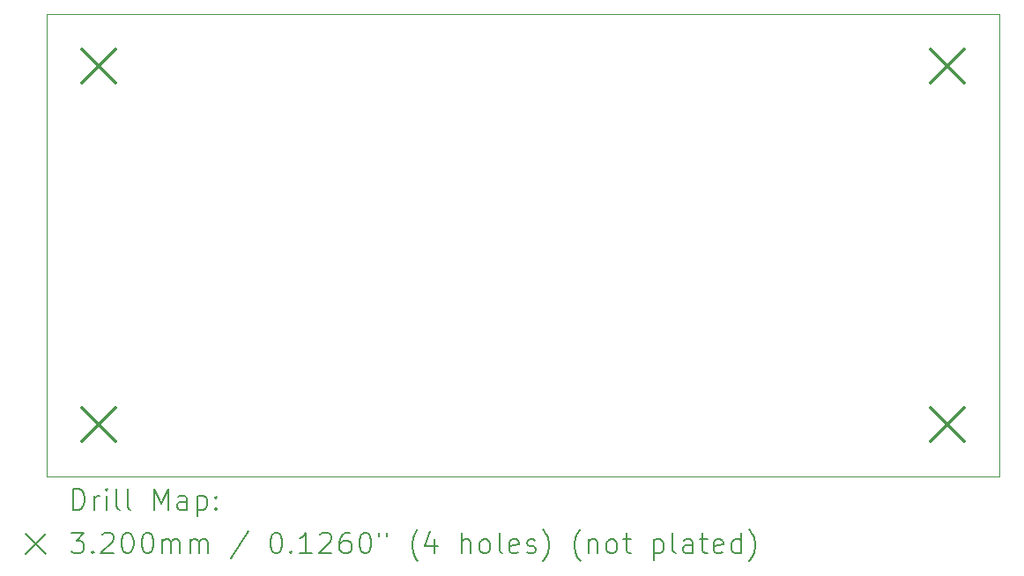
<source format=gbr>
%FSLAX45Y45*%
G04 Gerber Fmt 4.5, Leading zero omitted, Abs format (unit mm)*
G04 Created by KiCad (PCBNEW (6.0.1-0)) date 2022-02-05 10:05:21*
%MOMM*%
%LPD*%
G01*
G04 APERTURE LIST*
%TA.AperFunction,Profile*%
%ADD10C,0.100000*%
%TD*%
%ADD11C,0.200000*%
%ADD12C,0.320000*%
G04 APERTURE END LIST*
D10*
X8125000Y-8650000D02*
X17275000Y-8650000D01*
X17275000Y-8650000D02*
X17275000Y-13100000D01*
X17275000Y-13100000D02*
X8125000Y-13100000D01*
X8125000Y-13100000D02*
X8125000Y-8650000D01*
D11*
D12*
X8465000Y-8990000D02*
X8785000Y-9310000D01*
X8785000Y-8990000D02*
X8465000Y-9310000D01*
X8465000Y-12440000D02*
X8785000Y-12760000D01*
X8785000Y-12440000D02*
X8465000Y-12760000D01*
X16615000Y-8990000D02*
X16935000Y-9310000D01*
X16935000Y-8990000D02*
X16615000Y-9310000D01*
X16615000Y-12440000D02*
X16935000Y-12760000D01*
X16935000Y-12440000D02*
X16615000Y-12760000D01*
D11*
X8377619Y-13415476D02*
X8377619Y-13215476D01*
X8425238Y-13215476D01*
X8453810Y-13225000D01*
X8472857Y-13244048D01*
X8482381Y-13263095D01*
X8491905Y-13301190D01*
X8491905Y-13329762D01*
X8482381Y-13367857D01*
X8472857Y-13386905D01*
X8453810Y-13405952D01*
X8425238Y-13415476D01*
X8377619Y-13415476D01*
X8577619Y-13415476D02*
X8577619Y-13282143D01*
X8577619Y-13320238D02*
X8587143Y-13301190D01*
X8596667Y-13291667D01*
X8615714Y-13282143D01*
X8634762Y-13282143D01*
X8701429Y-13415476D02*
X8701429Y-13282143D01*
X8701429Y-13215476D02*
X8691905Y-13225000D01*
X8701429Y-13234524D01*
X8710952Y-13225000D01*
X8701429Y-13215476D01*
X8701429Y-13234524D01*
X8825238Y-13415476D02*
X8806190Y-13405952D01*
X8796667Y-13386905D01*
X8796667Y-13215476D01*
X8930000Y-13415476D02*
X8910952Y-13405952D01*
X8901429Y-13386905D01*
X8901429Y-13215476D01*
X9158571Y-13415476D02*
X9158571Y-13215476D01*
X9225238Y-13358333D01*
X9291905Y-13215476D01*
X9291905Y-13415476D01*
X9472857Y-13415476D02*
X9472857Y-13310714D01*
X9463333Y-13291667D01*
X9444286Y-13282143D01*
X9406190Y-13282143D01*
X9387143Y-13291667D01*
X9472857Y-13405952D02*
X9453810Y-13415476D01*
X9406190Y-13415476D01*
X9387143Y-13405952D01*
X9377619Y-13386905D01*
X9377619Y-13367857D01*
X9387143Y-13348809D01*
X9406190Y-13339286D01*
X9453810Y-13339286D01*
X9472857Y-13329762D01*
X9568095Y-13282143D02*
X9568095Y-13482143D01*
X9568095Y-13291667D02*
X9587143Y-13282143D01*
X9625238Y-13282143D01*
X9644286Y-13291667D01*
X9653810Y-13301190D01*
X9663333Y-13320238D01*
X9663333Y-13377381D01*
X9653810Y-13396428D01*
X9644286Y-13405952D01*
X9625238Y-13415476D01*
X9587143Y-13415476D01*
X9568095Y-13405952D01*
X9749048Y-13396428D02*
X9758571Y-13405952D01*
X9749048Y-13415476D01*
X9739524Y-13405952D01*
X9749048Y-13396428D01*
X9749048Y-13415476D01*
X9749048Y-13291667D02*
X9758571Y-13301190D01*
X9749048Y-13310714D01*
X9739524Y-13301190D01*
X9749048Y-13291667D01*
X9749048Y-13310714D01*
X7920000Y-13645000D02*
X8120000Y-13845000D01*
X8120000Y-13645000D02*
X7920000Y-13845000D01*
X8358571Y-13635476D02*
X8482381Y-13635476D01*
X8415714Y-13711667D01*
X8444286Y-13711667D01*
X8463333Y-13721190D01*
X8472857Y-13730714D01*
X8482381Y-13749762D01*
X8482381Y-13797381D01*
X8472857Y-13816428D01*
X8463333Y-13825952D01*
X8444286Y-13835476D01*
X8387143Y-13835476D01*
X8368095Y-13825952D01*
X8358571Y-13816428D01*
X8568095Y-13816428D02*
X8577619Y-13825952D01*
X8568095Y-13835476D01*
X8558571Y-13825952D01*
X8568095Y-13816428D01*
X8568095Y-13835476D01*
X8653810Y-13654524D02*
X8663333Y-13645000D01*
X8682381Y-13635476D01*
X8730000Y-13635476D01*
X8749048Y-13645000D01*
X8758571Y-13654524D01*
X8768095Y-13673571D01*
X8768095Y-13692619D01*
X8758571Y-13721190D01*
X8644286Y-13835476D01*
X8768095Y-13835476D01*
X8891905Y-13635476D02*
X8910952Y-13635476D01*
X8930000Y-13645000D01*
X8939524Y-13654524D01*
X8949048Y-13673571D01*
X8958571Y-13711667D01*
X8958571Y-13759286D01*
X8949048Y-13797381D01*
X8939524Y-13816428D01*
X8930000Y-13825952D01*
X8910952Y-13835476D01*
X8891905Y-13835476D01*
X8872857Y-13825952D01*
X8863333Y-13816428D01*
X8853810Y-13797381D01*
X8844286Y-13759286D01*
X8844286Y-13711667D01*
X8853810Y-13673571D01*
X8863333Y-13654524D01*
X8872857Y-13645000D01*
X8891905Y-13635476D01*
X9082381Y-13635476D02*
X9101429Y-13635476D01*
X9120476Y-13645000D01*
X9130000Y-13654524D01*
X9139524Y-13673571D01*
X9149048Y-13711667D01*
X9149048Y-13759286D01*
X9139524Y-13797381D01*
X9130000Y-13816428D01*
X9120476Y-13825952D01*
X9101429Y-13835476D01*
X9082381Y-13835476D01*
X9063333Y-13825952D01*
X9053810Y-13816428D01*
X9044286Y-13797381D01*
X9034762Y-13759286D01*
X9034762Y-13711667D01*
X9044286Y-13673571D01*
X9053810Y-13654524D01*
X9063333Y-13645000D01*
X9082381Y-13635476D01*
X9234762Y-13835476D02*
X9234762Y-13702143D01*
X9234762Y-13721190D02*
X9244286Y-13711667D01*
X9263333Y-13702143D01*
X9291905Y-13702143D01*
X9310952Y-13711667D01*
X9320476Y-13730714D01*
X9320476Y-13835476D01*
X9320476Y-13730714D02*
X9330000Y-13711667D01*
X9349048Y-13702143D01*
X9377619Y-13702143D01*
X9396667Y-13711667D01*
X9406190Y-13730714D01*
X9406190Y-13835476D01*
X9501429Y-13835476D02*
X9501429Y-13702143D01*
X9501429Y-13721190D02*
X9510952Y-13711667D01*
X9530000Y-13702143D01*
X9558571Y-13702143D01*
X9577619Y-13711667D01*
X9587143Y-13730714D01*
X9587143Y-13835476D01*
X9587143Y-13730714D02*
X9596667Y-13711667D01*
X9615714Y-13702143D01*
X9644286Y-13702143D01*
X9663333Y-13711667D01*
X9672857Y-13730714D01*
X9672857Y-13835476D01*
X10063333Y-13625952D02*
X9891905Y-13883095D01*
X10320476Y-13635476D02*
X10339524Y-13635476D01*
X10358571Y-13645000D01*
X10368095Y-13654524D01*
X10377619Y-13673571D01*
X10387143Y-13711667D01*
X10387143Y-13759286D01*
X10377619Y-13797381D01*
X10368095Y-13816428D01*
X10358571Y-13825952D01*
X10339524Y-13835476D01*
X10320476Y-13835476D01*
X10301429Y-13825952D01*
X10291905Y-13816428D01*
X10282381Y-13797381D01*
X10272857Y-13759286D01*
X10272857Y-13711667D01*
X10282381Y-13673571D01*
X10291905Y-13654524D01*
X10301429Y-13645000D01*
X10320476Y-13635476D01*
X10472857Y-13816428D02*
X10482381Y-13825952D01*
X10472857Y-13835476D01*
X10463333Y-13825952D01*
X10472857Y-13816428D01*
X10472857Y-13835476D01*
X10672857Y-13835476D02*
X10558571Y-13835476D01*
X10615714Y-13835476D02*
X10615714Y-13635476D01*
X10596667Y-13664048D01*
X10577619Y-13683095D01*
X10558571Y-13692619D01*
X10749048Y-13654524D02*
X10758571Y-13645000D01*
X10777619Y-13635476D01*
X10825238Y-13635476D01*
X10844286Y-13645000D01*
X10853810Y-13654524D01*
X10863333Y-13673571D01*
X10863333Y-13692619D01*
X10853810Y-13721190D01*
X10739524Y-13835476D01*
X10863333Y-13835476D01*
X11034762Y-13635476D02*
X10996667Y-13635476D01*
X10977619Y-13645000D01*
X10968095Y-13654524D01*
X10949048Y-13683095D01*
X10939524Y-13721190D01*
X10939524Y-13797381D01*
X10949048Y-13816428D01*
X10958571Y-13825952D01*
X10977619Y-13835476D01*
X11015714Y-13835476D01*
X11034762Y-13825952D01*
X11044286Y-13816428D01*
X11053810Y-13797381D01*
X11053810Y-13749762D01*
X11044286Y-13730714D01*
X11034762Y-13721190D01*
X11015714Y-13711667D01*
X10977619Y-13711667D01*
X10958571Y-13721190D01*
X10949048Y-13730714D01*
X10939524Y-13749762D01*
X11177619Y-13635476D02*
X11196667Y-13635476D01*
X11215714Y-13645000D01*
X11225238Y-13654524D01*
X11234762Y-13673571D01*
X11244286Y-13711667D01*
X11244286Y-13759286D01*
X11234762Y-13797381D01*
X11225238Y-13816428D01*
X11215714Y-13825952D01*
X11196667Y-13835476D01*
X11177619Y-13835476D01*
X11158571Y-13825952D01*
X11149048Y-13816428D01*
X11139524Y-13797381D01*
X11130000Y-13759286D01*
X11130000Y-13711667D01*
X11139524Y-13673571D01*
X11149048Y-13654524D01*
X11158571Y-13645000D01*
X11177619Y-13635476D01*
X11320476Y-13635476D02*
X11320476Y-13673571D01*
X11396667Y-13635476D02*
X11396667Y-13673571D01*
X11691905Y-13911667D02*
X11682381Y-13902143D01*
X11663333Y-13873571D01*
X11653809Y-13854524D01*
X11644286Y-13825952D01*
X11634762Y-13778333D01*
X11634762Y-13740238D01*
X11644286Y-13692619D01*
X11653809Y-13664048D01*
X11663333Y-13645000D01*
X11682381Y-13616428D01*
X11691905Y-13606905D01*
X11853809Y-13702143D02*
X11853809Y-13835476D01*
X11806190Y-13625952D02*
X11758571Y-13768809D01*
X11882381Y-13768809D01*
X12110952Y-13835476D02*
X12110952Y-13635476D01*
X12196667Y-13835476D02*
X12196667Y-13730714D01*
X12187143Y-13711667D01*
X12168095Y-13702143D01*
X12139524Y-13702143D01*
X12120476Y-13711667D01*
X12110952Y-13721190D01*
X12320476Y-13835476D02*
X12301428Y-13825952D01*
X12291905Y-13816428D01*
X12282381Y-13797381D01*
X12282381Y-13740238D01*
X12291905Y-13721190D01*
X12301428Y-13711667D01*
X12320476Y-13702143D01*
X12349048Y-13702143D01*
X12368095Y-13711667D01*
X12377619Y-13721190D01*
X12387143Y-13740238D01*
X12387143Y-13797381D01*
X12377619Y-13816428D01*
X12368095Y-13825952D01*
X12349048Y-13835476D01*
X12320476Y-13835476D01*
X12501428Y-13835476D02*
X12482381Y-13825952D01*
X12472857Y-13806905D01*
X12472857Y-13635476D01*
X12653809Y-13825952D02*
X12634762Y-13835476D01*
X12596667Y-13835476D01*
X12577619Y-13825952D01*
X12568095Y-13806905D01*
X12568095Y-13730714D01*
X12577619Y-13711667D01*
X12596667Y-13702143D01*
X12634762Y-13702143D01*
X12653809Y-13711667D01*
X12663333Y-13730714D01*
X12663333Y-13749762D01*
X12568095Y-13768809D01*
X12739524Y-13825952D02*
X12758571Y-13835476D01*
X12796667Y-13835476D01*
X12815714Y-13825952D01*
X12825238Y-13806905D01*
X12825238Y-13797381D01*
X12815714Y-13778333D01*
X12796667Y-13768809D01*
X12768095Y-13768809D01*
X12749048Y-13759286D01*
X12739524Y-13740238D01*
X12739524Y-13730714D01*
X12749048Y-13711667D01*
X12768095Y-13702143D01*
X12796667Y-13702143D01*
X12815714Y-13711667D01*
X12891905Y-13911667D02*
X12901428Y-13902143D01*
X12920476Y-13873571D01*
X12930000Y-13854524D01*
X12939524Y-13825952D01*
X12949048Y-13778333D01*
X12949048Y-13740238D01*
X12939524Y-13692619D01*
X12930000Y-13664048D01*
X12920476Y-13645000D01*
X12901428Y-13616428D01*
X12891905Y-13606905D01*
X13253809Y-13911667D02*
X13244286Y-13902143D01*
X13225238Y-13873571D01*
X13215714Y-13854524D01*
X13206190Y-13825952D01*
X13196667Y-13778333D01*
X13196667Y-13740238D01*
X13206190Y-13692619D01*
X13215714Y-13664048D01*
X13225238Y-13645000D01*
X13244286Y-13616428D01*
X13253809Y-13606905D01*
X13330000Y-13702143D02*
X13330000Y-13835476D01*
X13330000Y-13721190D02*
X13339524Y-13711667D01*
X13358571Y-13702143D01*
X13387143Y-13702143D01*
X13406190Y-13711667D01*
X13415714Y-13730714D01*
X13415714Y-13835476D01*
X13539524Y-13835476D02*
X13520476Y-13825952D01*
X13510952Y-13816428D01*
X13501428Y-13797381D01*
X13501428Y-13740238D01*
X13510952Y-13721190D01*
X13520476Y-13711667D01*
X13539524Y-13702143D01*
X13568095Y-13702143D01*
X13587143Y-13711667D01*
X13596667Y-13721190D01*
X13606190Y-13740238D01*
X13606190Y-13797381D01*
X13596667Y-13816428D01*
X13587143Y-13825952D01*
X13568095Y-13835476D01*
X13539524Y-13835476D01*
X13663333Y-13702143D02*
X13739524Y-13702143D01*
X13691905Y-13635476D02*
X13691905Y-13806905D01*
X13701428Y-13825952D01*
X13720476Y-13835476D01*
X13739524Y-13835476D01*
X13958571Y-13702143D02*
X13958571Y-13902143D01*
X13958571Y-13711667D02*
X13977619Y-13702143D01*
X14015714Y-13702143D01*
X14034762Y-13711667D01*
X14044286Y-13721190D01*
X14053809Y-13740238D01*
X14053809Y-13797381D01*
X14044286Y-13816428D01*
X14034762Y-13825952D01*
X14015714Y-13835476D01*
X13977619Y-13835476D01*
X13958571Y-13825952D01*
X14168095Y-13835476D02*
X14149048Y-13825952D01*
X14139524Y-13806905D01*
X14139524Y-13635476D01*
X14330000Y-13835476D02*
X14330000Y-13730714D01*
X14320476Y-13711667D01*
X14301428Y-13702143D01*
X14263333Y-13702143D01*
X14244286Y-13711667D01*
X14330000Y-13825952D02*
X14310952Y-13835476D01*
X14263333Y-13835476D01*
X14244286Y-13825952D01*
X14234762Y-13806905D01*
X14234762Y-13787857D01*
X14244286Y-13768809D01*
X14263333Y-13759286D01*
X14310952Y-13759286D01*
X14330000Y-13749762D01*
X14396667Y-13702143D02*
X14472857Y-13702143D01*
X14425238Y-13635476D02*
X14425238Y-13806905D01*
X14434762Y-13825952D01*
X14453809Y-13835476D01*
X14472857Y-13835476D01*
X14615714Y-13825952D02*
X14596667Y-13835476D01*
X14558571Y-13835476D01*
X14539524Y-13825952D01*
X14530000Y-13806905D01*
X14530000Y-13730714D01*
X14539524Y-13711667D01*
X14558571Y-13702143D01*
X14596667Y-13702143D01*
X14615714Y-13711667D01*
X14625238Y-13730714D01*
X14625238Y-13749762D01*
X14530000Y-13768809D01*
X14796667Y-13835476D02*
X14796667Y-13635476D01*
X14796667Y-13825952D02*
X14777619Y-13835476D01*
X14739524Y-13835476D01*
X14720476Y-13825952D01*
X14710952Y-13816428D01*
X14701428Y-13797381D01*
X14701428Y-13740238D01*
X14710952Y-13721190D01*
X14720476Y-13711667D01*
X14739524Y-13702143D01*
X14777619Y-13702143D01*
X14796667Y-13711667D01*
X14872857Y-13911667D02*
X14882381Y-13902143D01*
X14901428Y-13873571D01*
X14910952Y-13854524D01*
X14920476Y-13825952D01*
X14930000Y-13778333D01*
X14930000Y-13740238D01*
X14920476Y-13692619D01*
X14910952Y-13664048D01*
X14901428Y-13645000D01*
X14882381Y-13616428D01*
X14872857Y-13606905D01*
M02*

</source>
